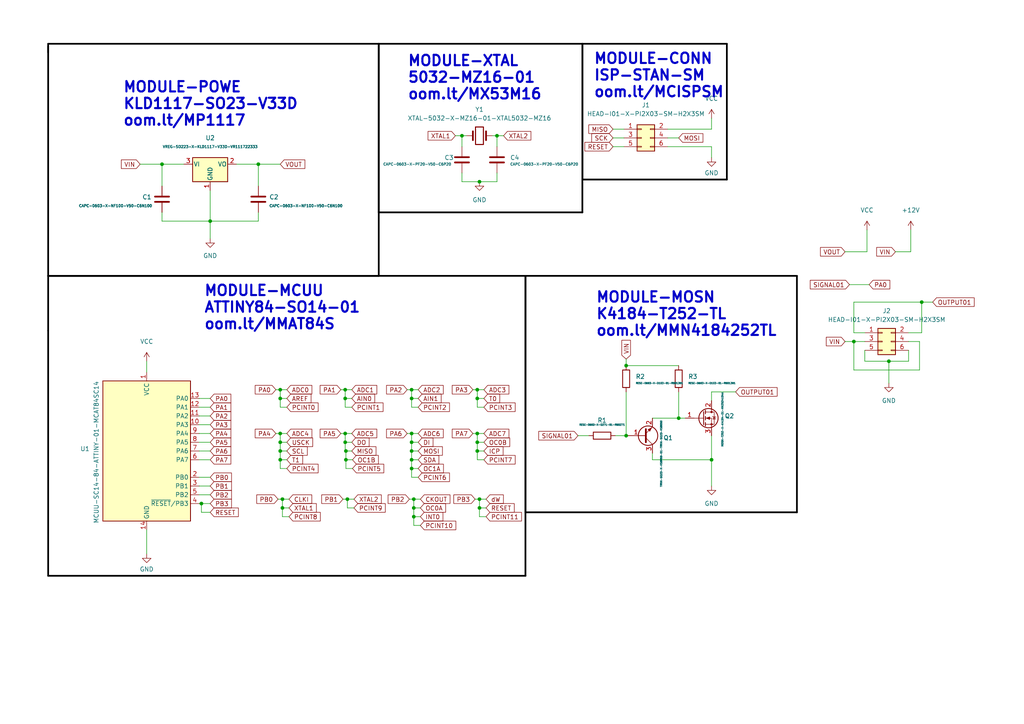
<source format=kicad_sch>
(kicad_sch (version 20211123) (generator eeschema)
  (paper "A4")
  (lib_symbols
    (symbol "CAPC-0603-X-NF100-V50-C6N100_1" (pin_numbers hide) (pin_names (offset 0.254))
      (property "Reference" "C" (at 0.635 2.54 0))
      (property "Value" "CAPC-0603-X-NF100-V50-C6N100_1" (at 0.635 -2.54 0))
      (symbol "CAPC-0603-X-NF100-V50-C6N100_1_0_1"
        (polyline (pts (xy -2.032 -0.762) (xy 2.032 -0.762)) (stroke (width 0.508)))
        (polyline (pts (xy -2.032 0.762) (xy 2.032 0.762)) (stroke (width 0.508)))
      )
      (symbol "CAPC-0603-X-NF100-V50-C6N100_1_1_1"
        (pin passive line (at 0 3.81 270) (length 2.794) (name "~") (number "1"))
        (pin passive line (at 0 -3.81 90) (length 2.794) (name "~") (number "2"))
      )
    )
    (symbol "RESE-0603-X-O103-01-R6O1301_1" (pin_numbers hide) (pin_names (offset 0))
      (property "Reference" "R" (at 2.032 0 90))
      (property "Value" "RESE-0603-X-O103-01-R6O1301_1" (at 0 0 90))
      (symbol "RESE-0603-X-O103-01-R6O1301_1_0_1"
        (rectangle (start -1.016 -2.54) (end 1.016 2.54) (stroke (width 0.254)))
      )
      (symbol "RESE-0603-X-O103-01-R6O1301_1_1_1"
        (pin passive line (at 0 3.81 270) (length 1.27) (name "~") (number "1"))
        (pin passive line (at 0 -3.81 90) (length 1.27) (name "~") (number "2"))
      )
    )
    (symbol "oomlout_OOMP_parts:CAPC-0603-X-NF100-V50-C6N100" (pin_numbers hide) (pin_names (offset 0.254))
      (property "Reference" "C" (at 0.635 2.54 0))
      (property "Value" "CAPC-0603-X-NF100-V50-C6N100" (at 0.635 -2.54 0))
      (symbol "CAPC-0603-X-NF100-V50-C6N100_0_1"
        (polyline (pts (xy -2.032 -0.762) (xy 2.032 -0.762)) (stroke (width 0.508)))
        (polyline (pts (xy -2.032 0.762) (xy 2.032 0.762)) (stroke (width 0.508)))
      )
      (symbol "CAPC-0603-X-NF100-V50-C6N100_1_1"
        (pin passive line (at 0 3.81 270) (length 2.794) (name "~") (number "1"))
        (pin passive line (at 0 -3.81 90) (length 2.794) (name "~") (number "2"))
      )
    )
    (symbol "oomlout_OOMP_parts:CAPC-0603-X-PF20-V50-C6P20" (pin_numbers hide) (pin_names (offset 0.254))
      (property "Reference" "C" (at 0.635 2.54 0))
      (property "Value" "CAPC-0603-X-PF20-V50-C6P20" (at 0.635 -2.54 0))
      (symbol "CAPC-0603-X-PF20-V50-C6P20_0_1"
        (polyline (pts (xy -2.032 -0.762) (xy 2.032 -0.762)) (stroke (width 0.508)))
        (polyline (pts (xy -2.032 0.762) (xy 2.032 0.762)) (stroke (width 0.508)))
      )
      (symbol "CAPC-0603-X-PF20-V50-C6P20_1_1"
        (pin passive line (at 0 3.81 270) (length 2.794) (name "~") (number "1"))
        (pin passive line (at 0 -3.81 90) (length 2.794) (name "~") (number "2"))
      )
    )
    (symbol "oomlout_OOMP_parts:HEAD-I01-X-PI2X03-SM-H2X3SM" (pin_names (offset 1.016) hide)
      (property "Reference" "J" (at 1.27 5.08 0))
      (property "Value" "HEAD-I01-X-PI2X03-SM-H2X3SM" (at 1.27 -5.08 0))
      (symbol "HEAD-I01-X-PI2X03-SM-H2X3SM_1_1"
        (rectangle (start -1.27 -2.413) (end 0 -2.667) (stroke (width 0.1524)))
        (rectangle (start -1.27 0.127) (end 0 -0.127) (stroke (width 0.1524)))
        (rectangle (start -1.27 2.667) (end 0 2.413) (stroke (width 0.1524)))
        (rectangle (start -1.27 3.81) (end 3.81 -3.81) (stroke (width 0.254)) (fill (type background)))
        (rectangle (start 3.81 -2.413) (end 2.54 -2.667) (stroke (width 0.1524)))
        (rectangle (start 3.81 0.127) (end 2.54 -0.127) (stroke (width 0.1524)))
        (rectangle (start 3.81 2.667) (end 2.54 2.413) (stroke (width 0.1524)))
        (pin passive line (at -5.08 2.54 0) (length 3.81) (name "Pin_1") (number "1"))
        (pin passive line (at 7.62 2.54 180) (length 3.81) (name "Pin_2") (number "2"))
        (pin passive line (at -5.08 0 0) (length 3.81) (name "Pin_3") (number "3"))
        (pin passive line (at 7.62 0 180) (length 3.81) (name "Pin_4") (number "4"))
        (pin passive line (at -5.08 -2.54 0) (length 3.81) (name "Pin_5") (number "5"))
        (pin passive line (at 7.62 -2.54 180) (length 3.81) (name "Pin_6") (number "6"))
      )
    )
    (symbol "oomlout_OOMP_parts:MCUU-SC14-84-ATTINY-01-MCAT84SC14"
      (property "Reference" "U" (at -12.7 21.59 0))
      (property "Value" "MCUU-SC14-84-ATTINY-01-MCAT84SC14" (at 2.54 -21.59 0))
      (symbol "MCUU-SC14-84-ATTINY-01-MCAT84SC14_0_1"
        (rectangle (start -12.7 -20.32) (end 12.7 20.32) (stroke (width 0.254)) (fill (type background)))
      )
      (symbol "MCUU-SC14-84-ATTINY-01-MCAT84SC14_1_1"
        (pin power_in line (at 0 22.86 270) (length 2.54) (name "VCC") (number "1"))
        (pin bidirectional line (at 15.24 7.62 180) (length 2.54) (name "PA3") (number "10"))
        (pin bidirectional line (at 15.24 10.16 180) (length 2.54) (name "PA2") (number "11"))
        (pin bidirectional line (at 15.24 12.7 180) (length 2.54) (name "PA1") (number "12"))
        (pin bidirectional line (at 15.24 15.24 180) (length 2.54) (name "PA0") (number "13"))
        (pin power_in line (at 0 -22.86 90) (length 2.54) (name "GND") (number "14"))
        (pin bidirectional line (at 15.24 -7.62 180) (length 2.54) (name "PB0") (number "2"))
        (pin bidirectional line (at 15.24 -10.16 180) (length 2.54) (name "PB1") (number "3"))
        (pin bidirectional line (at 15.24 -15.24 180) (length 2.54) (name "~{RESET}/PB3") (number "4"))
        (pin bidirectional line (at 15.24 -12.7 180) (length 2.54) (name "PB2") (number "5"))
        (pin bidirectional line (at 15.24 -2.54 180) (length 2.54) (name "PA7") (number "6"))
        (pin bidirectional line (at 15.24 0 180) (length 2.54) (name "PA6") (number "7"))
        (pin bidirectional line (at 15.24 2.54 180) (length 2.54) (name "PA5") (number "8"))
        (pin bidirectional line (at 15.24 5.08 180) (length 2.54) (name "PA4") (number "9"))
      )
    )
    (symbol "oomlout_OOMP_parts:MOSN-T252-X-K4184-01-MN2524184A" (pin_names (offset 0) hide)
      (property "Reference" "Q" (at 5.08 1.27 0))
      (property "Value" "MOSN-T252-X-K4184-01-MN2524184A" (at 5.08 -1.27 0))
      (symbol "MOSN-T252-X-K4184-01-MN2524184A_0_1"
        (polyline (pts (xy 0.254 0) (xy -2.54 0)))
        (polyline (pts (xy 0.254 1.905) (xy 0.254 -1.905)) (stroke (width 0.254)))
        (polyline (pts (xy 0.762 -1.27) (xy 0.762 -2.286)) (stroke (width 0.254)))
        (polyline (pts (xy 0.762 0.508) (xy 0.762 -0.508)) (stroke (width 0.254)))
        (polyline (pts (xy 0.762 2.286) (xy 0.762 1.27)) (stroke (width 0.254)))
        (polyline (pts (xy 2.54 2.54) (xy 2.54 1.778)))
        (polyline (pts (xy 2.54 -2.54) (xy 2.54 0) (xy 0.762 0)))
        (polyline (pts (xy 0.762 -1.778) (xy 3.302 -1.778) (xy 3.302 1.778) (xy 0.762 1.778)))
        (polyline (pts (xy 1.016 0) (xy 2.032 0.381) (xy 2.032 -0.381) (xy 1.016 0)) (fill (type outline)))
        (polyline (pts (xy 2.794 0.508) (xy 2.921 0.381) (xy 3.683 0.381) (xy 3.81 0.254)))
        (polyline (pts (xy 3.302 0.381) (xy 2.921 -0.254) (xy 3.683 -0.254) (xy 3.302 0.381)))
        (circle (center 1.651 0) (radius 2.794) (stroke (width 0.254)))
        (circle (center 2.54 -1.778) (radius 0.254) (fill (type outline)))
        (circle (center 2.54 1.778) (radius 0.254) (fill (type outline)))
      )
      (symbol "MOSN-T252-X-K4184-01-MN2524184A_1_1"
        (pin input line (at -5.08 0 0) (length 2.54) (name "G") (number "1"))
        (pin passive line (at 2.54 5.08 270) (length 2.54) (name "D") (number "2"))
        (pin passive line (at 2.54 -5.08 90) (length 2.54) (name "S") (number "3"))
      )
    )
    (symbol "oomlout_OOMP_parts:RESE-0603-X-O103-01-R6O1301" (pin_numbers hide) (pin_names (offset 0))
      (property "Reference" "R" (at 2.032 0 90))
      (property "Value" "RESE-0603-X-O103-01-R6O1301" (at 0 0 90))
      (symbol "RESE-0603-X-O103-01-R6O1301_0_1"
        (rectangle (start -1.016 -2.54) (end 1.016 2.54) (stroke (width 0.254)))
      )
      (symbol "RESE-0603-X-O103-01-R6O1301_1_1"
        (pin passive line (at 0 3.81 270) (length 1.27) (name "~") (number "1"))
        (pin passive line (at 0 -3.81 90) (length 1.27) (name "~") (number "2"))
      )
    )
    (symbol "oomlout_OOMP_parts:RESE-0603-X-O271-01-R6O271" (pin_numbers hide) (pin_names (offset 0))
      (property "Reference" "R" (at 2.032 0 90))
      (property "Value" "RESE-0603-X-O271-01-R6O271" (at 0 0 90))
      (symbol "RESE-0603-X-O271-01-R6O271_0_1"
        (rectangle (start -1.016 -2.54) (end 1.016 2.54) (stroke (width 0.254)))
      )
      (symbol "RESE-0603-X-O271-01-R6O271_1_1"
        (pin passive line (at 0 3.81 270) (length 1.27) (name "~") (number "1"))
        (pin passive line (at 0 -3.81 90) (length 1.27) (name "~") (number "2"))
      )
    )
    (symbol "oomlout_OOMP_parts:TRNN-SO23-X-KS8050-01-TRNN-SO23-KS8050" (pin_names (offset 0) hide)
      (property "Reference" "Q" (at 5.08 1.27 0))
      (property "Value" "TRNN-SO23-X-KS8050-01-TRNN-SO23-KS8050" (at 5.08 -1.27 0))
      (symbol "TRNN-SO23-X-KS8050-01-TRNN-SO23-KS8050_0_1"
        (polyline (pts (xy 0.635 0.635) (xy 2.54 2.54)))
        (polyline (pts (xy 0.635 -0.635) (xy 2.54 -2.54) (xy 2.54 -2.54)))
        (polyline (pts (xy 0.635 1.905) (xy 0.635 -1.905) (xy 0.635 -1.905)) (stroke (width 0.508)))
        (polyline (pts (xy 1.27 -1.778) (xy 1.778 -1.27) (xy 2.286 -2.286) (xy 1.27 -1.778) (xy 1.27 -1.778)) (fill (type outline)))
        (circle (center 1.27 0) (radius 2.8194) (stroke (width 0.254)))
      )
      (symbol "TRNN-SO23-X-KS8050-01-TRNN-SO23-KS8050_1_1"
        (pin input line (at -5.08 0 0) (length 5.715) (name "B") (number "1"))
        (pin passive line (at 2.54 -5.08 90) (length 2.54) (name "E") (number "2"))
        (pin passive line (at 2.54 5.08 270) (length 2.54) (name "C") (number "3"))
      )
    )
    (symbol "oomlout_OOMP_parts:VREG-SO223-X-KLD1117-V33D-VR111722333" (pin_names (offset 0.254))
      (property "Reference" "U" (at -3.81 3.175 0))
      (property "Value" "VREG-SO223-X-KLD1117-V33D-VR111722333" (at 0 3.175 0))
      (symbol "VREG-SO223-X-KLD1117-V33D-VR111722333_0_1"
        (rectangle (start -5.08 -5.08) (end 5.08 1.905) (stroke (width 0.254)) (fill (type background)))
      )
      (symbol "VREG-SO223-X-KLD1117-V33D-VR111722333_1_1"
        (pin power_in line (at 0 -7.62 90) (length 2.54) (name "GND") (number "1"))
        (pin power_out line (at 7.62 0 180) (length 2.54) (name "VO") (number "2"))
        (pin power_in line (at -7.62 0 0) (length 2.54) (name "VI") (number "3"))
      )
    )
    (symbol "oomlout_OOMP_parts:XTAL-5032-X-MZ16-01-XTAL5032-MZ16" (pin_numbers hide) (pin_names (offset 1.016) hide)
      (property "Reference" "Y" (at 0 3.81 0))
      (property "Value" "XTAL-5032-X-MZ16-01-XTAL5032-MZ16" (at 0 -3.81 0))
      (symbol "XTAL-5032-X-MZ16-01-XTAL5032-MZ16_0_1"
        (rectangle (start -1.143 2.54) (end 1.143 -2.54) (stroke (width 0.3048)))
        (polyline (pts (xy -2.54 0) (xy -1.905 0)))
        (polyline (pts (xy -1.905 -1.27) (xy -1.905 1.27)) (stroke (width 0.508)))
        (polyline (pts (xy 1.905 -1.27) (xy 1.905 1.27)) (stroke (width 0.508)))
        (polyline (pts (xy 2.54 0) (xy 1.905 0)))
      )
      (symbol "XTAL-5032-X-MZ16-01-XTAL5032-MZ16_1_1"
        (pin passive line (at -3.81 0 0) (length 1.27) (name "1") (number "1"))
        (pin passive line (at 3.81 0 180) (length 1.27) (name "2") (number "2"))
      )
    )
    (symbol "power:+12V" (power) (pin_names (offset 0))
      (property "Value" "+12V" (at 0 3.556 0))
      (symbol "+12V_0_1"
        (polyline (pts (xy -0.762 1.27) (xy 0 2.54)))
        (polyline (pts (xy 0 0) (xy 0 2.54)))
        (polyline (pts (xy 0 2.54) (xy 0.762 1.27)))
      )
      (symbol "+12V_1_1"
        (pin power_in line (at 0 0 90) (length 0) hide (name "+12V") (number "1"))
      )
    )
    (symbol "power:GND" (power) (pin_names (offset 0))
      (property "Value" "GND" (at 0 -3.81 0))
      (symbol "GND_0_1"
        (polyline (pts (xy 0 0) (xy 0 -1.27) (xy 1.27 -1.27) (xy 0 -2.54) (xy -1.27 -1.27) (xy 0 -1.27)))
      )
      (symbol "GND_1_1"
        (pin power_in line (at 0 0 270) (length 0) hide (name "GND") (number "1"))
      )
    )
    (symbol "power:VCC" (power) (pin_names (offset 0))
      (property "Value" "VCC" (at 0 3.81 0))
      (symbol "VCC_0_1"
        (polyline (pts (xy -0.762 1.27) (xy 0 2.54)))
        (polyline (pts (xy 0 0) (xy 0 2.54)))
        (polyline (pts (xy 0 2.54) (xy 0.762 1.27)))
      )
      (symbol "VCC_1_1"
        (pin power_in line (at 0 0 90) (length 0) hide (name "VCC") (number "1"))
      )
    )
  )
  (junction (at 81.915 144.78))
  (junction (at 120.015 147.32))
  (junction (at 119.38 128.27))
  (junction (at 100.1178 115.57))
  (junction (at 46.99 47.625))
  (junction (at 119.38 115.57))
  (junction (at 100.1178 113.03))
  (junction (at 81.28 130.81))
  (junction (at 120.015 144.78))
  (junction (at 257.81 104.775))
  (junction (at 60.96 64.135))
  (junction (at 139.065 144.78))
  (junction (at 139.065 52.705))
  (junction (at 267.335 87.63))
  (junction (at 119.38 135.89))
  (junction (at 81.915 147.32))
  (junction (at 81.28 115.57))
  (junction (at 138.43 113.03))
  (junction (at 247.65 99.06))
  (junction (at 81.28 113.03))
  (junction (at 139.065 147.32))
  (junction (at 138.43 115.57))
  (junction (at 181.61 106.045))
  (junction (at 119.38 125.73))
  (junction (at 138.43 130.81))
  (junction (at 100.7528 144.78))
  (junction (at 181.61 126.365))
  (junction (at 81.28 128.27))
  (junction (at 81.28 133.35))
  (junction (at 100.33 130.81))
  (junction (at 100.33 133.35))
  (junction (at 138.43 128.27))
  (junction (at 119.38 133.35))
  (junction (at 100.1178 128.27))
  (junction (at 133.985 39.37))
  (junction (at 120.015 149.86))
  (junction (at 144.145 39.37))
  (junction (at 119.38 113.03))
  (junction (at 81.28 125.73))
  (junction (at 119.38 130.81))
  (junction (at 58.42 146.05))
  (junction (at 196.85 121.285))
  (junction (at 206.375 133.35))
  (junction (at 74.93 47.625))
  (junction (at 138.43 125.73))
  (junction (at 100.1178 125.73))
  (wire (pts (xy 74.93 47.625) (xy 81.28 47.625)))
  (wire (pts (xy 57.785 115.57) (xy 60.96 115.57)))
  (wire (pts (xy 257.81 104.775) (xy 257.81 111.125)))
  (wire (pts (xy 74.93 61.595) (xy 74.93 64.135)))
  (wire (pts (xy 139.065 52.705) (xy 133.985 52.705)))
  (wire (pts (xy 266.7 107.315) (xy 266.7 99.06)))
  (wire (pts (xy 121.285 133.35) (xy 119.38 133.35)))
  (wire (pts (xy 81.28 115.57) (xy 81.28 118.11)))
  (wire (pts (xy 74.93 64.135) (xy 60.96 64.135)))
  (wire (pts (xy 119.38 125.73) (xy 121.285 125.73)))
  (wire (pts (xy 196.85 113.665) (xy 196.85 121.285)))
  (polyline (pts (xy 109.855 80.01) (xy 109.855 12.7)) (stroke (width 0.5) (type solid) (color 0 0 0 1)))
  (wire (pts (xy 138.43 115.57) (xy 138.43 113.03)))
  (wire (pts (xy 121.92 152.4) (xy 120.015 152.4)))
  (wire (pts (xy 119.38 115.57) (xy 119.38 118.11)))
  (wire (pts (xy 245.11 99.06) (xy 247.65 99.06)))
  (wire (pts (xy 138.43 115.57) (xy 138.43 118.11)))
  (wire (pts (xy 60.96 148.59) (xy 58.42 148.59)))
  (wire (pts (xy 98.8478 113.03) (xy 100.1178 113.03)))
  (wire (pts (xy 81.28 135.89) (xy 81.28 133.35)))
  (polyline (pts (xy 13.97 12.7) (xy 13.97 15.24)) (stroke (width 0.5) (color 0 0 0 1)))
  (polyline (pts (xy 152.4 167.005) (xy 13.97 167.005)) (stroke (width 0.5) (type solid) (color 0 0 0 1)))
  (wire (pts (xy 120.015 144.78) (xy 121.92 144.78)))
  (wire (pts (xy 100.33 130.81) (xy 102.0228 130.81)))
  (polyline (pts (xy 152.4 80.01) (xy 231.14 80.01)) (stroke (width 0.5) (type solid) (color 0 0 0 1)))
  (wire (pts (xy 193.675 40.005) (xy 196.85 40.005)))
  (polyline (pts (xy 152.4 80.01) (xy 152.4 167.005)) (stroke (width 0.5) (type solid) (color 0 0 0 1)))
  (wire (pts (xy 177.8 40.005) (xy 180.975 40.005)))
  (wire (pts (xy 263.525 101.6) (xy 263.525 104.775)))
  (wire (pts (xy 250.825 96.52) (xy 247.65 96.52)))
  (wire (pts (xy 119.38 138.43) (xy 119.38 135.89)))
  (wire (pts (xy 121.285 128.27) (xy 119.38 128.27)))
  (wire (pts (xy 250.825 104.775) (xy 250.825 101.6)))
  (wire (pts (xy 57.785 133.35) (xy 60.96 133.35)))
  (wire (pts (xy 138.43 118.11) (xy 140.335 118.11)))
  (wire (pts (xy 139.065 149.86) (xy 140.97 149.86)))
  (wire (pts (xy 144.145 52.705) (xy 144.145 50.165)))
  (wire (pts (xy 137.795 144.78) (xy 139.065 144.78)))
  (polyline (pts (xy 231.14 148.59) (xy 231.14 80.01)) (stroke (width 0.5) (type solid) (color 0 0 0 1)))
  (wire (pts (xy 138.43 133.35) (xy 138.43 130.81)))
  (wire (pts (xy 121.285 138.43) (xy 119.38 138.43)))
  (wire (pts (xy 119.38 135.89) (xy 119.38 133.35)))
  (wire (pts (xy 58.42 146.05) (xy 60.96 146.05)))
  (wire (pts (xy 83.185 135.89) (xy 81.28 135.89)))
  (wire (pts (xy 57.785 120.65) (xy 60.96 120.65)))
  (polyline (pts (xy 13.97 12.7) (xy 109.855 12.7)) (stroke (width 0.5) (type solid) (color 0 0 0 1)))
  (wire (pts (xy 57.785 118.11) (xy 60.96 118.11)))
  (wire (pts (xy 181.61 113.665) (xy 181.61 126.365)))
  (wire (pts (xy 193.675 37.465) (xy 206.375 37.465)))
  (wire (pts (xy 133.985 52.705) (xy 133.985 50.165)))
  (wire (pts (xy 98.8478 125.73) (xy 100.1178 125.73)))
  (wire (pts (xy 120.015 149.86) (xy 121.92 149.86)))
  (wire (pts (xy 206.375 45.72) (xy 206.375 42.545)))
  (wire (pts (xy 181.61 104.14) (xy 181.61 106.045)))
  (wire (pts (xy 100.1178 118.11) (xy 102.0228 118.11)))
  (wire (pts (xy 100.7528 147.32) (xy 100.7528 144.78)))
  (wire (pts (xy 57.785 130.81) (xy 60.96 130.81)))
  (wire (pts (xy 137.16 125.73) (xy 138.43 125.73)))
  (polyline (pts (xy 152.4 80.01) (xy 152.4 148.59)) (stroke (width 0.5) (type solid) (color 0 0 0 1)))
  (wire (pts (xy 102.235 133.35) (xy 100.33 133.35)))
  (wire (pts (xy 189.23 131.445) (xy 189.23 133.35)))
  (wire (pts (xy 100.7528 144.78) (xy 102.6578 144.78)))
  (wire (pts (xy 102.235 135.89) (xy 100.33 135.89)))
  (wire (pts (xy 81.915 147.32) (xy 81.915 144.78)))
  (wire (pts (xy 206.375 126.365) (xy 206.375 133.35)))
  (wire (pts (xy 100.1178 128.27) (xy 100.1178 130.81)))
  (wire (pts (xy 100.33 135.89) (xy 100.33 133.35)))
  (wire (pts (xy 119.38 128.27) (xy 119.38 125.73)))
  (polyline (pts (xy 210.82 52.07) (xy 210.82 12.7)) (stroke (width 0.5) (type solid) (color 0 0 0 1)))
  (wire (pts (xy 102.0228 115.57) (xy 100.1178 115.57)))
  (wire (pts (xy 139.065 147.32) (xy 139.065 149.86)))
  (wire (pts (xy 257.81 104.775) (xy 250.825 104.775)))
  (wire (pts (xy 81.28 128.27) (xy 81.28 130.81)))
  (wire (pts (xy 81.915 144.78) (xy 83.82 144.78)))
  (polyline (pts (xy 13.97 80.01) (xy 109.855 80.01)) (stroke (width 0.5) (type solid) (color 0 0 0 1)))
  (polyline (pts (xy 13.97 95.885) (xy 13.97 167.005)) (stroke (width 0.5) (type solid) (color 0 0 0 1)))
  (wire (pts (xy 121.285 135.89) (xy 119.38 135.89)))
  (wire (pts (xy 102.0228 128.27) (xy 100.1178 128.27)))
  (wire (pts (xy 57.785 140.97) (xy 60.96 140.97)))
  (wire (pts (xy 74.93 47.625) (xy 74.93 53.975)))
  (wire (pts (xy 81.28 118.11) (xy 83.185 118.11)))
  (wire (pts (xy 100.1178 113.03) (xy 102.0228 113.03)))
  (wire (pts (xy 57.785 128.27) (xy 60.96 128.27)))
  (wire (pts (xy 246.38 82.55) (xy 252.095 82.55)))
  (wire (pts (xy 138.43 130.81) (xy 140.335 130.81)))
  (wire (pts (xy 83.185 128.27) (xy 81.28 128.27)))
  (wire (pts (xy 81.28 133.35) (xy 83.185 133.35)))
  (polyline (pts (xy 109.855 12.7) (xy 109.855 61.595)) (stroke (width 0.5) (type solid) (color 0 0 0 1)))
  (wire (pts (xy 81.28 113.03) (xy 83.185 113.03)))
  (wire (pts (xy 57.785 123.19) (xy 60.96 123.19)))
  (wire (pts (xy 120.015 149.86) (xy 120.015 152.4)))
  (wire (pts (xy 144.145 39.37) (xy 144.145 42.545)))
  (wire (pts (xy 42.545 104.775) (xy 42.545 107.95)))
  (wire (pts (xy 138.43 128.27) (xy 138.43 130.81)))
  (wire (pts (xy 118.745 144.78) (xy 120.015 144.78)))
  (wire (pts (xy 133.985 39.37) (xy 135.255 39.37)))
  (wire (pts (xy 247.65 107.315) (xy 266.7 107.315)))
  (wire (pts (xy 250.825 99.06) (xy 247.65 99.06)))
  (wire (pts (xy 139.065 52.705) (xy 144.145 52.705)))
  (wire (pts (xy 142.875 39.37) (xy 144.145 39.37)))
  (polyline (pts (xy 168.91 52.07) (xy 210.82 52.07)) (stroke (width 0.5) (type solid) (color 0 0 0 1)))
  (wire (pts (xy 100.1178 115.57) (xy 100.1178 113.03)))
  (wire (pts (xy 178.435 126.365) (xy 181.61 126.365)))
  (wire (pts (xy 119.38 115.57) (xy 119.38 113.03)))
  (wire (pts (xy 264.16 73.025) (xy 264.16 66.675)))
  (wire (pts (xy 81.915 149.86) (xy 83.82 149.86)))
  (wire (pts (xy 189.23 133.35) (xy 206.375 133.35)))
  (polyline (pts (xy 168.91 12.7) (xy 210.82 12.7)) (stroke (width 0.5) (type solid) (color 0 0 0 1)))
  (wire (pts (xy 267.335 96.52) (xy 263.525 96.52)))
  (polyline (pts (xy 13.97 13.335) (xy 13.97 80.01)) (stroke (width 0.5) (type solid) (color 0 0 0 1)))
  (polyline (pts (xy 109.855 12.7) (xy 168.91 12.7)) (stroke (width 0.5) (type solid) (color 0 0 0 1)))
  (wire (pts (xy 206.375 116.205) (xy 206.375 113.665)))
  (polyline (pts (xy 13.97 80.01) (xy 152.4 80.01)) (stroke (width 0.5) (type solid) (color 0 0 0 1)))
  (wire (pts (xy 81.915 147.32) (xy 81.915 149.86)))
  (wire (pts (xy 119.38 118.11) (xy 121.285 118.11)))
  (wire (pts (xy 42.545 153.67) (xy 42.545 160.655)))
  (wire (pts (xy 132.08 39.37) (xy 133.985 39.37)))
  (wire (pts (xy 121.285 115.57) (xy 119.38 115.57)))
  (wire (pts (xy 119.38 130.81) (xy 119.38 133.35)))
  (wire (pts (xy 177.8 37.465) (xy 180.975 37.465)))
  (wire (pts (xy 138.43 113.03) (xy 140.335 113.03)))
  (wire (pts (xy 206.375 113.665) (xy 213.36 113.665)))
  (wire (pts (xy 100.1178 115.57) (xy 100.1178 118.11)))
  (wire (pts (xy 100.1178 130.81) (xy 100.33 130.81)))
  (wire (pts (xy 206.375 133.35) (xy 206.375 140.97)))
  (wire (pts (xy 167.64 126.365) (xy 170.815 126.365)))
  (wire (pts (xy 206.375 42.545) (xy 193.675 42.545)))
  (wire (pts (xy 121.92 147.32) (xy 120.015 147.32)))
  (wire (pts (xy 196.85 121.285) (xy 198.755 121.285)))
  (wire (pts (xy 100.1178 125.73) (xy 102.0228 125.73)))
  (wire (pts (xy 80.01 125.73) (xy 81.28 125.73)))
  (wire (pts (xy 139.065 147.32) (xy 139.065 144.78)))
  (wire (pts (xy 138.43 125.73) (xy 140.335 125.73)))
  (wire (pts (xy 60.96 55.245) (xy 60.96 64.135)))
  (wire (pts (xy 137.16 113.03) (xy 138.43 113.03)))
  (wire (pts (xy 267.335 87.63) (xy 270.51 87.63)))
  (wire (pts (xy 68.58 47.625) (xy 74.93 47.625)))
  (wire (pts (xy 267.335 87.63) (xy 267.335 96.52)))
  (wire (pts (xy 140.335 133.35) (xy 138.43 133.35)))
  (wire (pts (xy 83.185 115.57) (xy 81.28 115.57)))
  (wire (pts (xy 100.33 133.35) (xy 100.33 130.81)))
  (wire (pts (xy 119.38 113.03) (xy 121.285 113.03)))
  (wire (pts (xy 139.065 144.78) (xy 140.97 144.78)))
  (polyline (pts (xy 152.4 148.59) (xy 231.14 148.59)) (stroke (width 0.5) (type solid) (color 0 0 0 1)))
  (wire (pts (xy 46.99 47.625) (xy 46.99 53.975)))
  (wire (pts (xy 259.715 73.025) (xy 264.16 73.025)))
  (wire (pts (xy 189.23 121.285) (xy 196.85 121.285)))
  (wire (pts (xy 266.7 99.06) (xy 263.525 99.06)))
  (wire (pts (xy 81.28 128.27) (xy 81.28 125.73)))
  (wire (pts (xy 81.28 125.73) (xy 83.185 125.73)))
  (wire (pts (xy 140.335 115.57) (xy 138.43 115.57)))
  (wire (pts (xy 251.46 73.025) (xy 245.11 73.025)))
  (wire (pts (xy 247.65 96.52) (xy 247.65 87.63)))
  (wire (pts (xy 138.43 128.27) (xy 138.43 125.73)))
  (wire (pts (xy 120.015 147.32) (xy 120.015 149.86)))
  (wire (pts (xy 140.335 128.27) (xy 138.43 128.27)))
  (wire (pts (xy 80.645 144.78) (xy 81.915 144.78)))
  (wire (pts (xy 247.65 87.63) (xy 267.335 87.63)))
  (wire (pts (xy 57.785 138.43) (xy 60.96 138.43)))
  (wire (pts (xy 46.99 47.625) (xy 53.34 47.625)))
  (wire (pts (xy 81.28 115.57) (xy 81.28 113.03)))
  (wire (pts (xy 181.61 106.045) (xy 196.85 106.045)))
  (wire (pts (xy 144.145 39.37) (xy 146.05 39.37)))
  (wire (pts (xy 57.785 143.51) (xy 60.96 143.51)))
  (wire (pts (xy 40.64 47.625) (xy 46.99 47.625)))
  (wire (pts (xy 118.11 113.03) (xy 119.38 113.03)))
  (wire (pts (xy 83.82 147.32) (xy 81.915 147.32)))
  (wire (pts (xy 206.375 37.465) (xy 206.375 34.29)))
  (wire (pts (xy 60.96 64.135) (xy 46.99 64.135)))
  (wire (pts (xy 60.96 64.135) (xy 60.96 69.215)))
  (wire (pts (xy 81.28 130.81) (xy 81.28 133.35)))
  (polyline (pts (xy 168.91 61.595) (xy 168.91 12.7)) (stroke (width 0.5) (type solid) (color 0 0 0 1)))
  (wire (pts (xy 251.46 66.675) (xy 251.46 73.025)))
  (wire (pts (xy 58.42 148.59) (xy 58.42 146.05)))
  (wire (pts (xy 119.38 130.81) (xy 121.285 130.81)))
  (wire (pts (xy 119.38 128.27) (xy 119.38 130.81)))
  (polyline (pts (xy 13.97 95.885) (xy 13.97 80.01)) (stroke (width 0.5) (type solid) (color 0 0 0 1)))
  (wire (pts (xy 102.6578 147.32) (xy 100.7528 147.32)))
  (wire (pts (xy 100.1178 128.27) (xy 100.1178 125.73)))
  (polyline (pts (xy 168.91 12.7) (xy 168.91 52.07)) (stroke (width 0.5) (type solid) (color 0 0 0 1)))
  (wire (pts (xy 247.65 99.06) (xy 247.65 107.315)))
  (wire (pts (xy 177.8 42.545) (xy 180.975 42.545)))
  (wire (pts (xy 118.11 125.73) (xy 119.38 125.73)))
  (polyline (pts (xy 109.855 61.595) (xy 168.91 61.595)) (stroke (width 0.5) (type solid) (color 0 0 0 1)))
  (wire (pts (xy 133.985 39.37) (xy 133.985 42.545)))
  (wire (pts (xy 57.785 125.73) (xy 60.96 125.73)))
  (wire (pts (xy 263.525 104.775) (xy 257.81 104.775)))
  (wire (pts (xy 140.97 147.32) (xy 139.065 147.32)))
  (wire (pts (xy 120.015 147.32) (xy 120.015 144.78)))
  (wire (pts (xy 57.785 146.05) (xy 58.42 146.05)))
  (wire (pts (xy 46.99 64.135) (xy 46.99 61.595)))
  (wire (pts (xy 81.28 130.81) (xy 83.185 130.81)))
  (wire (pts (xy 80.01 113.03) (xy 81.28 113.03)))
  (wire (pts (xy 99.4828 144.78) (xy 100.7528 144.78)))
  (text "MODULE-MCUU\nATTINY84-SO14-01\noom.lt/MMAT84S" (at 59.055 95.885 0) (effects (font (size 3 3) (thickness 0.6) bold) (justify left bottom)))
  (text "MODULE-POWE\nKLD1117-SO23-V33D\noom.lt/MP1117" (at 35.56 36.83 0) (effects (font (size 3 3) (thickness 0.6) bold) (justify left bottom)))
  (text "MODULE-XTAL\n5032-MZ16-01\noom.lt/MX53M16" (at 118.11 29.21 0) (effects (font (size 3 3) (thickness 0.6) bold) (justify left bottom)))
  (text "MODULE-MOSN\nK4184-T252-TL\noom.lt/MMN4184252TL" (at 172.72 97.79 0) (effects (font (size 3 3) (thickness 0.6) bold) (justify left bottom)))
  (text "MODULE-CONN\nISP-STAN-SM\noom.lt/MCISPSM" (at 172.085 28.575 0) (effects (font (size 3 3) (thickness 0.6) bold) (justify left bottom)))
  (global_label "ADC5" (shape input) (at 102.0228 125.73 0) (property "Intersheet References" "${INTERSHEET_REFS}" (effects hide)))
  (global_label "XTAL2" (shape input) (at 102.6578 144.78 0) (property "Intersheet References" "${INTERSHEET_REFS}" (effects hide)))
  (global_label "DO" (shape input) (at 102.0228 128.27 0) (property "Intersheet References" "${INTERSHEET_REFS}" (effects hide)))
  (global_label "SDA" (shape input) (at 121.285 133.35 0) (property "Intersheet References" "${INTERSHEET_REFS}" (effects hide)))
  (global_label "OC1A" (shape input) (at 121.285 135.89 0) (property "Intersheet References" "${INTERSHEET_REFS}" (effects hide)))
  (global_label "VIN" (shape input) (at 40.64 47.625 180) (property "Intersheet References" "${INTERSHEET_REFS}" (effects hide)))
  (global_label "MOSI" (shape input) (at 121.285 130.81 0) (property "Intersheet References" "${INTERSHEET_REFS}" (effects hide)))
  (global_label "SIGNAL01" (shape input) (at 246.38 82.55 180) (property "Intersheet References" "${INTERSHEET_REFS}" (effects hide)))
  (global_label "PB2" (shape input) (at 118.745 144.78 180) (property "Intersheet References" "${INTERSHEET_REFS}" (effects hide)))
  (global_label "SCL" (shape input) (at 83.185 130.81 0) (property "Intersheet References" "${INTERSHEET_REFS}" (effects hide)))
  (global_label "XTAL1" (shape input) (at 83.82 147.32 0) (property "Intersheet References" "${INTERSHEET_REFS}" (effects hide)))
  (global_label "MISO" (shape input) (at 102.0228 130.81 0) (property "Intersheet References" "${INTERSHEET_REFS}" (effects hide)))
  (global_label "XTAL1" (shape input) (at 132.08 39.37 180) (property "Intersheet References" "${INTERSHEET_REFS}" (effects hide)))
  (global_label "PA2" (shape input) (at 60.96 120.65 0) (property "Intersheet References" "${INTERSHEET_REFS}" (effects hide)))
  (global_label "PB3" (shape input) (at 137.795 144.78 180) (property "Intersheet References" "${INTERSHEET_REFS}" (effects hide)))
  (global_label "AREF" (shape input) (at 83.185 115.57 0) (property "Intersheet References" "${INTERSHEET_REFS}" (effects hide)))
  (global_label "OUTPUT01" (shape input) (at 270.51 87.63 0) (property "Intersheet References" "${INTERSHEET_REFS}" (effects hide)))
  (global_label "RESET" (shape input) (at 140.97 147.32 0) (property "Intersheet References" "${INTERSHEET_REFS}" (effects hide)))
  (global_label "PA2" (shape input) (at 118.11 113.03 180) (property "Intersheet References" "${INTERSHEET_REFS}" (effects hide)))
  (global_label "PCINT7" (shape input) (at 140.335 133.35 0) (property "Intersheet References" "${INTERSHEET_REFS}" (effects hide)))
  (global_label "CLKI" (shape input) (at 83.82 144.78 0) (property "Intersheet References" "${INTERSHEET_REFS}" (effects hide)))
  (global_label "PA1" (shape input) (at 60.96 118.11 0) (property "Intersheet References" "${INTERSHEET_REFS}" (effects hide)))
  (global_label "PCINT3" (shape input) (at 140.335 118.11 0) (property "Intersheet References" "${INTERSHEET_REFS}" (effects hide)))
  (global_label "RESET" (shape input) (at 177.8 42.545 180) (property "Intersheet References" "${INTERSHEET_REFS}" (effects hide)))
  (global_label "PA5" (shape input) (at 98.8478 125.73 180) (property "Intersheet References" "${INTERSHEET_REFS}" (effects hide)))
  (global_label "SCK" (shape input) (at 177.8 40.005 180) (property "Intersheet References" "${INTERSHEET_REFS}" (effects hide)))
  (global_label "PB3" (shape input) (at 60.96 146.05 0) (property "Intersheet References" "${INTERSHEET_REFS}" (effects hide)))
  (global_label "PCINT10" (shape input) (at 121.92 152.4 0) (property "Intersheet References" "${INTERSHEET_REFS}" (effects hide)))
  (global_label "PCINT9" (shape input) (at 102.6578 147.32 0) (property "Intersheet References" "${INTERSHEET_REFS}" (effects hide)))
  (global_label "PB0" (shape input) (at 60.96 138.43 0) (property "Intersheet References" "${INTERSHEET_REFS}" (effects hide)))
  (global_label "ADC7" (shape input) (at 140.335 125.73 0) (property "Intersheet References" "${INTERSHEET_REFS}" (effects hide)))
  (global_label "USCK" (shape input) (at 83.185 128.27 0) (property "Intersheet References" "${INTERSHEET_REFS}" (effects hide)))
  (global_label "ICP" (shape input) (at 140.335 130.81 0) (property "Intersheet References" "${INTERSHEET_REFS}" (effects hide)))
  (global_label "PA0" (shape input) (at 60.96 115.57 0) (property "Intersheet References" "${INTERSHEET_REFS}" (effects hide)))
  (global_label "VIN" (shape input) (at 245.11 99.06 180) (property "Intersheet References" "${INTERSHEET_REFS}" (effects hide)))
  (global_label "MISO" (shape input) (at 177.8 37.465 180) (property "Intersheet References" "${INTERSHEET_REFS}" (effects hide)))
  (global_label "PA3" (shape input) (at 60.96 123.19 0) (property "Intersheet References" "${INTERSHEET_REFS}" (effects hide)))
  (global_label "INT0" (shape input) (at 121.92 149.86 0) (property "Intersheet References" "${INTERSHEET_REFS}" (effects hide)))
  (global_label "PCINT0" (shape input) (at 83.185 118.11 0) (property "Intersheet References" "${INTERSHEET_REFS}" (effects hide)))
  (global_label "PB0" (shape input) (at 80.645 144.78 180) (property "Intersheet References" "${INTERSHEET_REFS}" (effects hide)))
  (global_label "SIGNAL01" (shape input) (at 167.64 126.365 180) (property "Intersheet References" "${INTERSHEET_REFS}" (effects hide)))
  (global_label "OC0A" (shape input) (at 121.92 147.32 0) (property "Intersheet References" "${INTERSHEET_REFS}" (effects hide)))
  (global_label "PA0" (shape input) (at 80.01 113.03 180) (property "Intersheet References" "${INTERSHEET_REFS}" (effects hide)))
  (global_label "T1" (shape input) (at 83.185 133.35 0) (property "Intersheet References" "${INTERSHEET_REFS}" (effects hide)))
  (global_label "PA1" (shape input) (at 98.8478 113.03 180) (property "Intersheet References" "${INTERSHEET_REFS}" (effects hide)))
  (global_label "ADC0" (shape input) (at 83.185 113.03 0) (property "Intersheet References" "${INTERSHEET_REFS}" (effects hide)))
  (global_label "DI" (shape input) (at 121.285 128.27 0) (property "Intersheet References" "${INTERSHEET_REFS}" (effects hide)))
  (global_label "PB2" (shape input) (at 60.96 143.51 0) (property "Intersheet References" "${INTERSHEET_REFS}" (effects hide)))
  (global_label "OC1B" (shape input) (at 102.235 133.35 0) (property "Intersheet References" "${INTERSHEET_REFS}" (effects hide)))
  (global_label "OUTPUT01" (shape input) (at 213.36 113.665 0) (property "Intersheet References" "${INTERSHEET_REFS}" (effects hide)))
  (global_label "PCINT11" (shape input) (at 140.97 149.86 0) (property "Intersheet References" "${INTERSHEET_REFS}" (effects hide)))
  (global_label "PCINT1" (shape input) (at 102.0228 118.11 0) (property "Intersheet References" "${INTERSHEET_REFS}" (effects hide)))
  (global_label "PA7" (shape input) (at 137.16 125.73 180) (property "Intersheet References" "${INTERSHEET_REFS}" (effects hide)))
  (global_label "ADC2" (shape input) (at 121.285 113.03 0) (property "Intersheet References" "${INTERSHEET_REFS}" (effects hide)))
  (global_label "PB1" (shape input) (at 99.4828 144.78 180) (property "Intersheet References" "${INTERSHEET_REFS}" (effects hide)))
  (global_label "CKOUT" (shape input) (at 121.92 144.78 0) (property "Intersheet References" "${INTERSHEET_REFS}" (effects hide)))
  (global_label "PA4" (shape input) (at 80.01 125.73 180) (property "Intersheet References" "${INTERSHEET_REFS}" (effects hide)))
  (global_label "ADC4" (shape input) (at 83.185 125.73 0) (property "Intersheet References" "${INTERSHEET_REFS}" (effects hide)))
  (global_label "VIN" (shape input) (at 259.715 73.025 180) (property "Intersheet References" "${INTERSHEET_REFS}" (effects hide)))
  (global_label "VOUT" (shape input) (at 245.11 73.025 180) (property "Intersheet References" "${INTERSHEET_REFS}" (effects hide)))
  (global_label "PA6" (shape input) (at 118.11 125.73 180) (property "Intersheet References" "${INTERSHEET_REFS}" (effects hide)))
  (global_label "PCINT2" (shape input) (at 121.285 118.11 0) (property "Intersheet References" "${INTERSHEET_REFS}" (effects hide)))
  (global_label "dW" (shape input) (at 140.97 144.78 0) (property "Intersheet References" "${INTERSHEET_REFS}" (effects hide)))
  (global_label "PB1" (shape input) (at 60.96 140.97 0) (property "Intersheet References" "${INTERSHEET_REFS}" (effects hide)))
  (global_label "ADC1" (shape input) (at 102.0228 113.03 0) (property "Intersheet References" "${INTERSHEET_REFS}" (effects hide)))
  (global_label "ADC3" (shape input) (at 140.335 113.03 0) (property "Intersheet References" "${INTERSHEET_REFS}" (effects hide)))
  (global_label "PA6" (shape input) (at 60.96 130.81 0) (property "Intersheet References" "${INTERSHEET_REFS}" (effects hide)))
  (global_label "PA7" (shape input) (at 60.96 133.35 0) (property "Intersheet References" "${INTERSHEET_REFS}" (effects hide)))
  (global_label "RESET" (shape input) (at 60.96 148.59 0) (property "Intersheet References" "${INTERSHEET_REFS}" (effects hide)))
  (global_label "PA0" (shape input) (at 252.095 82.55 0) (property "Intersheet References" "${INTERSHEET_REFS}" (effects hide)))
  (global_label "PA4" (shape input) (at 60.96 125.73 0) (property "Intersheet References" "${INTERSHEET_REFS}" (effects hide)))
  (global_label "XTAL2" (shape input) (at 146.05 39.37 0) (property "Intersheet References" "${INTERSHEET_REFS}" (effects hide)))
  (global_label "AIN1" (shape input) (at 121.285 115.57 0) (property "Intersheet References" "${INTERSHEET_REFS}" (effects hide)))
  (global_label "VIN" (shape input) (at 181.61 104.14 90) (property "Intersheet References" "${INTERSHEET_REFS}" (effects hide)))
  (global_label "T0" (shape input) (at 140.335 115.57 0) (property "Intersheet References" "${INTERSHEET_REFS}" (effects hide)))
  (global_label "PA3" (shape input) (at 137.16 113.03 180) (property "Intersheet References" "${INTERSHEET_REFS}" (effects hide)))
  (global_label "AIN0" (shape input) (at 102.0228 115.57 0) (property "Intersheet References" "${INTERSHEET_REFS}" (effects hide)))
  (global_label "PA5" (shape input) (at 60.96 128.27 0) (property "Intersheet References" "${INTERSHEET_REFS}" (effects hide)))
  (global_label "PCINT8" (shape input) (at 83.82 149.86 0) (property "Intersheet References" "${INTERSHEET_REFS}" (effects hide)))
  (global_label "ADC6" (shape input) (at 121.285 125.73 0) (property "Intersheet References" "${INTERSHEET_REFS}" (effects hide)))
  (global_label "PCINT4" (shape input) (at 83.185 135.89 0) (property "Intersheet References" "${INTERSHEET_REFS}" (effects hide)))
  (global_label "PCINT6" (shape input) (at 121.285 138.43 0) (property "Intersheet References" "${INTERSHEET_REFS}" (effects hide)))
  (global_label "MOSI" (shape input) (at 196.85 40.005 0) (property "Intersheet References" "${INTERSHEET_REFS}" (effects hide)))
  (global_label "VOUT" (shape input) (at 81.28 47.625 0) (property "Intersheet References" "${INTERSHEET_REFS}" (effects hide)))
  (global_label "PCINT5" (shape input) (at 102.235 135.89 0) (property "Intersheet References" "${INTERSHEET_REFS}" (effects hide)))
  (global_label "OC0B" (shape input) (at 140.335 128.27 0) (property "Intersheet References" "${INTERSHEET_REFS}" (effects hide)))
  (symbol (lib_id "power:VCC") (at 206.375 34.29 0) (unit 1)
    (property "Reference" "#PWR0102" (effects hide))
    (property "Value" "VCC" (at 206.375 28.575 0))
  )
  (symbol (lib_id "power:GND") (at 206.375 45.72 0) (unit 1)
    (property "Reference" "#PWR0101" (effects hide))
    (property "Value" "GND" (at 206.375 50.165 0))
  )
  (symbol (lib_id "power:VCC") (at 251.46 66.675 0) (unit 1)
    (property "Reference" "#PWR0104" (effects hide))
    (property "Value" "VCC" (at 251.46 60.96 0))
  )
  (symbol (lib_id "power:GND") (at 139.065 52.705 0) (unit 1)
    (property "Reference" "#PWR0109" (effects hide))
    (property "Value" "GND" (at 139.065 57.982 0))
  )
  (symbol (lib_id "oomlout_OOMP_parts:MOSN-T252-X-K4184-01-MN2524184A") (at 203.835 121.285 0) (unit 1)
    (property "Reference" "Q2" (at 210.185 120.6499 0) (effects (justify left)))
    (property "Value" "MOSN-T252-X-K4184-01-MN2524184A" (at 209.55 129.54 90) (effects (font (size 0.5 0.5)) (justify left)))
    (property "Footprint" "oomlout_OOMP_parts:MOSN-T252-X-K4184-01-MN2524184A" (effects hide))
    (property "Datasheet" "oom.lt/MN2524184A" (effects hide))
  )
  (symbol (lib_id "power:GND") (at 257.81 111.125 0) (unit 1)
    (property "Reference" "#PWR0105" (effects hide))
    (property "Value" "GND" (at 257.81 116.205 0))
  )
  (symbol (lib_id "oomlout_OOMP_parts:HEAD-I01-X-PI2X03-SM-H2X3SM") (at 186.055 40.005 0) (unit 1)
    (property "Reference" "J1" (at 187.325 30.48 0))
    (property "Value" "HEAD-I01-X-PI2X03-SM-H2X3SM" (at 187.325 33.02 0))
    (property "Footprint" "oomlout_OOMP_parts:HEAD-I01-X-PI2X03-SM-H2X3SM" (effects hide))
    (property "Datasheet" "oom.lt/H2X3SM" (effects hide))
  )
  (symbol (lib_id "power:GND") (at 206.375 140.97 0) (unit 1)
    (property "Reference" "#PWR0103" (effects hide))
    (property "Value" "GND" (at 206.375 146.05 0))
  )
  (symbol (lib_id "power:GND") (at 60.96 69.215 0) (unit 1)
    (property "Reference" "#PWR0108" (effects hide))
    (property "Value" "GND" (at 60.96 74.1706 0))
  )
  (symbol (lib_name "RESE-0603-X-O103-01-R6O1301_1") (lib_id "oomlout_OOMP_parts:RESE-0603-X-O103-01-R6O1301") (at 196.85 109.855 180) (unit 1)
    (property "Reference" "R3" (at 199.6096 109.2199 0) (effects (justify right)))
    (property "Value" "RESE-0603-X-O103-01-R6O1301" (at 199.6096 111.125 0) (effects (font (size 0.5 0.5)) (justify right)))
    (property "Footprint" "oomlout_OOMP_parts:RESE-0603-X-O103-01-R6O1301" (effects hide))
    (property "Datasheet" "oom.lt/R6O1301" (effects hide))
  )
  (symbol (lib_id "oomlout_OOMP_parts:CAPC-0603-X-PF20-V50-C6P20") (at 144.145 46.355 0) (unit 1)
    (property "Reference" "C4" (at 147.955 45.7199 0) (effects (justify left)))
    (property "Value" "CAPC-0603-X-PF20-V50-C6P20" (at 147.955 47.625 0) (effects (font (size 0.75 0.75)) (justify left)))
    (property "Footprint" "oomlout_OOMP_parts:CAPC-0603-X-PF20-V50-C6P20" (effects hide))
    (property "Datasheet" "oom.lt/C6P20" (effects hide))
  )
  (symbol (lib_id "oomlout_OOMP_parts:CAPC-0603-X-PF20-V50-C6P20") (at 133.985 46.355 0) (unit 1)
    (property "Reference" "C3" (at 128.905 45.72 0) (effects (justify left)))
    (property "Value" "CAPC-0603-X-PF20-V50-C6P20" (at 111.125 47.625 0) (effects (font (size 0.75 0.75)) (justify left)))
    (property "Footprint" "oomlout_OOMP_parts:CAPC-0603-X-PF20-V50-C6P20" (effects hide))
    (property "Datasheet" "oom.lt/C6P20" (effects hide))
  )
  (symbol (lib_id "power:GND") (at 42.545 160.655 0) (unit 1)
    (property "Reference" "#PWR0106" (effects hide))
    (property "Value" "GND" (at 42.545 165.1 0))
  )
  (symbol (lib_id "oomlout_OOMP_parts:TRNN-SO23-X-KS8050-01-TRNN-SO23-KS8050") (at 186.69 126.365 0) (mirror x) (unit 1)
    (property "Reference" "Q1" (at 192.405 127 0) (effects (justify left)))
    (property "Value" "TRNN-SO23-X-KS8050-01-TRNN-SO23-KS8050" (at 191.77 121.92 90) (effects (font (size 0.5 0.5)) (justify left)))
    (property "Footprint" "oomlout_OOMP_parts:TRNN-SO23-X-KS8050-01-TRNN-SO23-KS8050" (effects hide))
    (property "Datasheet" "oom.lt/TRNN-SO23-KS8050" (effects hide))
  )
  (symbol (lib_id "oomlout_OOMP_parts:RESE-0603-X-O271-01-R6O271") (at 174.625 126.365 90) (unit 1)
    (property "Reference" "R1" (at 174.625 121.92 90))
    (property "Value" "RESE-0603-X-O271-01-R6O271" (at 174.625 123.19 90) (effects (font (size 0.5 0.5))))
    (property "Footprint" "oomlout_OOMP_parts:RESE-0603-X-O271-01-R6O271" (effects hide))
    (property "Datasheet" "oom.lt/R6O271" (effects hide))
  )
  (symbol (lib_id "power:VCC") (at 42.545 104.775 0) (unit 1)
    (property "Reference" "#PWR0107" (effects hide))
    (property "Value" "VCC" (at 42.545 99.06 0))
  )
  (symbol (lib_id "power:+12V") (at 264.16 66.675 0) (unit 1)
    (property "Reference" "#PWR0110" (effects hide))
    (property "Value" "+12V" (at 264.16 60.96 0))
  )
  (symbol (lib_id "oomlout_OOMP_parts:RESE-0603-X-O103-01-R6O1301") (at 181.61 109.855 180) (unit 1)
    (property "Reference" "R2" (at 184.3696 109.2199 0) (effects (justify right)))
    (property "Value" "RESE-0603-X-O103-01-R6O1301" (at 184.3696 111.125 0) (effects (font (size 0.5 0.5)) (justify right)))
    (property "Footprint" "oomlout_OOMP_parts:RESE-0603-X-O103-01-R6O1301" (effects hide))
    (property "Datasheet" "oom.lt/R6O1301" (effects hide))
  )
  (symbol (lib_id "oomlout_OOMP_parts:VREG-SO223-X-KLD1117-V33D-VR111722333") (at 60.96 47.625 0) (unit 1)
    (property "Reference" "U2" (at 60.96 40.005 0))
    (property "Value" "VREG-SO223-X-KLD1117-V33D-VR111722333" (at 60.96 42.545 0) (effects (font (size 0.75 0.75))))
    (property "Footprint" "oomlout_OOMP_parts:VREG-SO223-X-KLD1117-V33D-VR111722333" (effects hide))
    (property "Datasheet" "oom.lt/VR111722333" (effects hide))
  )
  (symbol (lib_id "oomlout_OOMP_parts:HEAD-I01-X-PI2X03-SM-H2X3SM") (at 255.905 99.06 0) (unit 1)
    (property "Reference" "J2" (at 257.175 90.17 0))
    (property "Value" "HEAD-I01-X-PI2X03-SM-H2X3SM" (at 257.175 92.71 0))
    (property "Footprint" "oomlout_OOMP_parts:HEAD-I01-X-PI2X03-SM-H2X3SM" (effects hide))
    (property "Datasheet" "oom.lt/H2X3SM" (effects hide))
  )
  (symbol (lib_name "CAPC-0603-X-NF100-V50-C6N100_1") (lib_id "oomlout_OOMP_parts:CAPC-0603-X-NF100-V50-C6N100") (at 74.93 57.785 0) (unit 1)
    (property "Reference" "C2" (at 78.105 57.1499 0) (effects (justify left)))
    (property "Value" "CAPC-0603-X-NF100-V50-C6N100" (at 78.105 59.6899 0) (effects (font (size 0.75 0.75)) (justify left)))
    (property "Footprint" "oomlout_OOMP_parts:CAPC-0603-X-NF100-V50-C6N100" (effects hide))
    (property "Datasheet" "oom.lt/C6N100" (effects hide))
  )
  (symbol (lib_id "oomlout_OOMP_parts:XTAL-5032-X-MZ16-01-XTAL5032-MZ16") (at 139.065 39.37 0) (unit 1)
    (property "Reference" "Y1" (at 139.065 31.75 0))
    (property "Value" "XTAL-5032-X-MZ16-01-XTAL5032-MZ16" (at 139.065 34.29 0))
    (property "Footprint" "oomlout_OOMP_parts:XTAL-5032-X-MZ16-01-XTAL5032-MZ16" (effects hide))
    (property "Datasheet" "oom.lt/XTAL5032-MZ16" (effects hide))
  )
  (symbol (lib_id "oomlout_OOMP_parts:MCUU-SC14-84-ATTINY-01-MCAT84SC14") (at 42.545 130.81 0) (unit 1)
    (property "Reference" "U1" (at 26.035 130.175 0) (effects (justify right)))
    (property "Value" "MCUU-SC14-84-ATTINY-01-MCAT84SC14" (at 27.94 110.49 90) (effects (justify right)))
    (property "Footprint" "oomlout_OOMP_parts:MCUU-SC14-84-ATTINY-01-MCAT84SC14" (effects hide))
    (property "Datasheet" "oom.lt/MCAT84SC14" (effects hide))
  )
  (symbol (lib_id "oomlout_OOMP_parts:CAPC-0603-X-NF100-V50-C6N100") (at 46.99 57.785 0) (mirror y) (unit 1)
    (property "Reference" "C1" (at 41.275 57.15 0) (effects (justify right)))
    (property "Value" "CAPC-0603-X-NF100-V50-C6N100" (at 22.86 59.69 0) (effects (font (size 0.75 0.75)) (justify right)))
    (property "Footprint" "oomlout_OOMP_parts:CAPC-0603-X-NF100-V50-C6N100" (effects hide))
    (property "Datasheet" "oom.lt/C6N100" (effects hide))
  )
)
</source>
